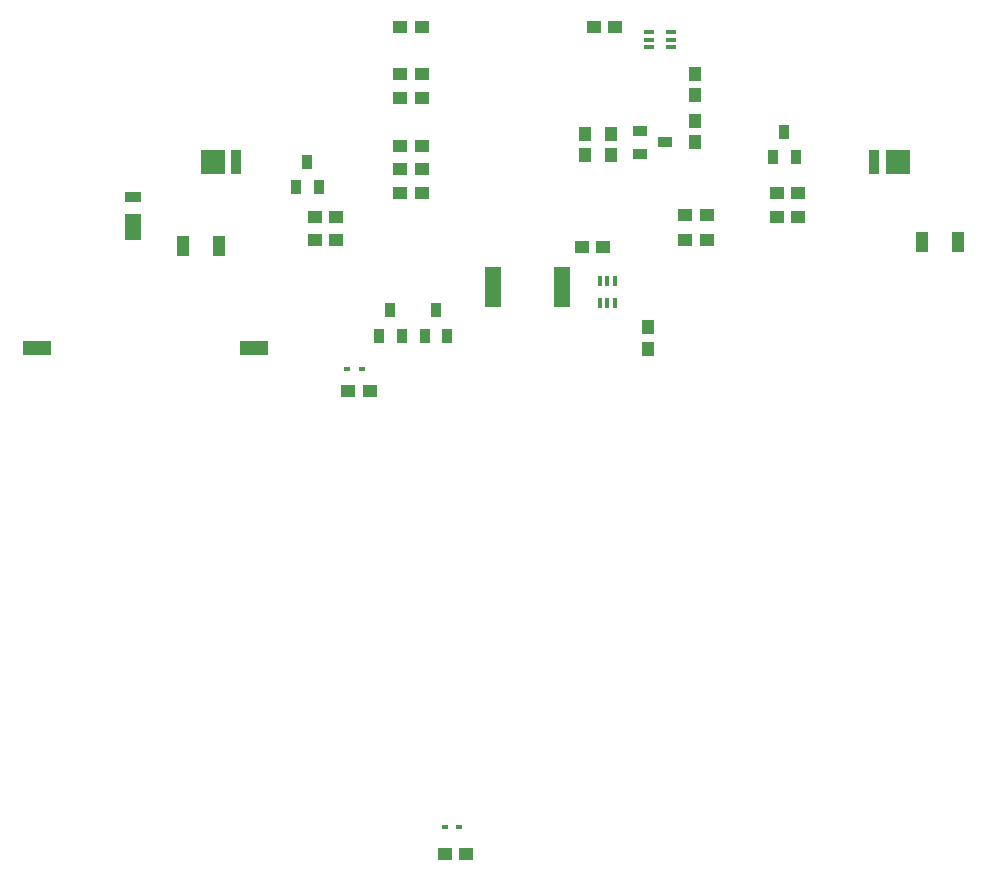
<source format=gbr>
%TF.GenerationSoftware,Altium Limited,Altium Designer,21.6.4 (81)*%
G04 Layer_Color=128*
%FSLAX26Y26*%
%MOIN*%
%TF.SameCoordinates,BD845C9F-3E28-4BEA-89B7-7B09B8E8D9D1*%
%TF.FilePolarity,Positive*%
%TF.FileFunction,Paste,Bot*%
%TF.Part,Single*%
G01*
G75*
%TA.AperFunction,SMDPad,CuDef*%
%ADD12R,0.055118X0.086614*%
%ADD13R,0.055118X0.035433*%
%ADD14R,0.043307X0.045276*%
%ADD16R,0.036221X0.082677*%
%ADD17R,0.083465X0.082677*%
%ADD38R,0.045276X0.043307*%
%ADD39R,0.055118X0.137795*%
%ADD40R,0.013780X0.035433*%
%ADD42R,0.033465X0.051181*%
%ADD43R,0.043307X0.068898*%
%ADD46R,0.051181X0.033465*%
%ADD120R,0.035433X0.013780*%
%ADD121R,0.092126X0.051181*%
%ADD122R,0.023622X0.015748*%
D12*
X544538Y3648583D02*
D03*
D13*
Y3748976D02*
D03*
D14*
X2259843Y3316929D02*
D03*
Y3244095D02*
D03*
X2050000Y3961417D02*
D03*
Y3888583D02*
D03*
X2135239Y3961417D02*
D03*
Y3888583D02*
D03*
X2417933Y3931890D02*
D03*
Y4004725D02*
D03*
X2418157Y4161417D02*
D03*
Y4088583D02*
D03*
D16*
X3013765Y3866582D02*
D03*
X887883Y3866622D02*
D03*
D17*
X3093292Y3866582D02*
D03*
X808355Y3866622D02*
D03*
D38*
X1260583Y3102000D02*
D03*
X1333417D02*
D03*
X2761418Y3685000D02*
D03*
X2688583D02*
D03*
X2688582Y3764000D02*
D03*
X2761417D02*
D03*
X1582104Y1561662D02*
D03*
X1654939D02*
D03*
X1148716Y3606000D02*
D03*
X1221551D02*
D03*
X1148716Y3685000D02*
D03*
X1221551D02*
D03*
X1506417Y3920000D02*
D03*
X1433583D02*
D03*
X1506417Y4080000D02*
D03*
X1433583D02*
D03*
X1506417Y4160000D02*
D03*
X1433583D02*
D03*
X1506417Y4317000D02*
D03*
X1433583D02*
D03*
X1506417Y3764000D02*
D03*
X1433583D02*
D03*
Y3843000D02*
D03*
X1506417D02*
D03*
X2111417Y3582378D02*
D03*
X2038583D02*
D03*
X2456417Y3606000D02*
D03*
X2383583D02*
D03*
X2456417Y3690000D02*
D03*
X2383583D02*
D03*
X2151417Y4317000D02*
D03*
X2078583D02*
D03*
D39*
X1971759Y3450000D02*
D03*
X1743412D02*
D03*
D40*
X2150591Y3470858D02*
D03*
X2125000D02*
D03*
X2099410D02*
D03*
Y3396055D02*
D03*
X2125000D02*
D03*
X2150591D02*
D03*
D42*
X1438596Y3286708D02*
D03*
X1363793Y3286708D02*
D03*
X1401194Y3373322D02*
D03*
X1591399Y3286693D02*
D03*
X1516596Y3286693D02*
D03*
X1553998Y3373307D02*
D03*
X2751982Y3881693D02*
D03*
X2677179Y3881693D02*
D03*
X2714581Y3968307D02*
D03*
X1162402Y3781693D02*
D03*
X1087598Y3781693D02*
D03*
X1125000Y3868307D02*
D03*
D43*
X829055Y3586639D02*
D03*
X710945D02*
D03*
X3174666Y3600000D02*
D03*
X3292776D02*
D03*
D46*
X2318307Y3931890D02*
D03*
X2231693Y3969292D02*
D03*
X2231693Y3894488D02*
D03*
D120*
X2337401Y4249409D02*
D03*
Y4275000D02*
D03*
Y4300591D02*
D03*
X2262598D02*
D03*
Y4275000D02*
D03*
Y4249409D02*
D03*
D121*
X946538Y3245639D02*
D03*
X224490D02*
D03*
D122*
X1256394Y3178000D02*
D03*
X1305606D02*
D03*
X1631317Y1651662D02*
D03*
X1582104D02*
D03*
%TF.MD5,32f76cf36f575c6b0c2a1017d6542059*%
M02*

</source>
